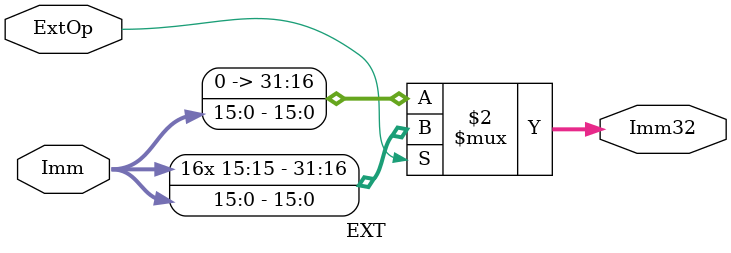
<source format=v>
`timescale 1ns / 1ps
module EXT(
    input [15:0] Imm,
    input ExtOp,
    output [31:0] Imm32
    );

	assign Imm32 = (ExtOp == 1'b0) ? {{16{1'b0}}, Imm} : {{16{Imm[15]}}, Imm};

endmodule

</source>
